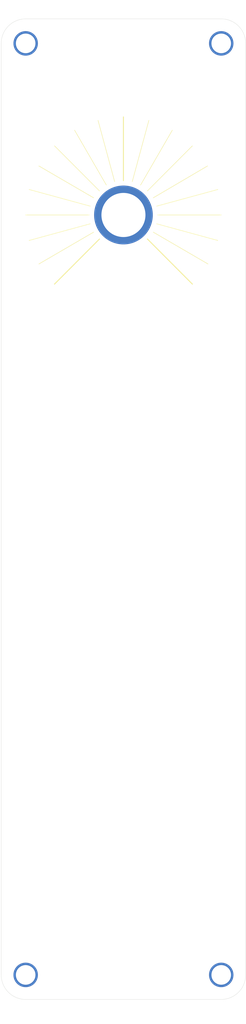
<source format=kicad_pcb>
(kicad_pcb (version 20211014) (generator pcbnew)
  (title_block (title "KOSMO Synth Module Outlines") (date "2022-05-17") (rev "0.1") (company "fbus"))
  (layers (0 "F.Cu" signal) (31 "B.Cu" signal) (34 "B.Paste" user) (35 "F.Paste" user) (36 "B.SilkS" user "B.Silkscreen") (37 "F.SilkS" user "F.Silkscreen") (38 "B.Mask" user) (39 "F.Mask" user) (44 "Edge.Cuts" user))
  (net 0 "")
  (footprint "kosmo-panel:KOSMO 5 cm Panel" (layer "F.Cu") (at 20 20)
    (fp_text reference "REF**")
    (fp_text value "KOSMO 5 cm Panel")
    (fp_line (start 50 5) (end 50 195) (layer "Edge.Cuts") (width 0.05))
    (fp_line (start 5 0) (end 45 0) (layer "Edge.Cuts") (width 0.05))
    (fp_line (start 0 5) (end 0 195) (layer "Edge.Cuts") (width 0.05))
    (fp_line (start 5 200) (end 45 200) (layer "Edge.Cuts") (width 0.05))
    (fp_arc (start 45 0) (mid 48.535534 1.464466) (end 50 5) (layer "Edge.Cuts") (width 0.05))
    (fp_arc (start 5 200) (mid 1.464466 198.535534) (end 0 195) (layer "Edge.Cuts") (width 0.05))
    (fp_arc (start 50 195) (mid 48.535534 198.535534) (end 45 200) (layer "Edge.Cuts") (width 0.05))
    (fp_arc (start 0 5) (mid 1.464466 1.464466) (end 5 0) (layer "Edge.Cuts") (width 0.05))
    (pad "" np_thru_hole circle (at 5 195) (size 5 5) (drill 4) (layers F&B.Cu *.Mask))
    (pad "" np_thru_hole circle (at 45 5) (size 5 5) (drill 4) (layers F&B.Cu *.Mask))
    (pad "" np_thru_hole circle (at 45 195) (size 5 5) (drill 4) (layers F&B.Cu *.Mask))
    (pad "" np_thru_hole circle (at 5 5) (size 5 5) (drill 4) (layers F&B.Cu *.Mask))
  )
  (footprint "kosmo-panel:Potentiometer Mark Ring" (layer "F.Cu") (at 45 60)
    (fp_text reference "REF**")
    (fp_text value "Potentiometer Mark Ring")
    (fp_line (start 6.8 -1.8) (end 19.3 -5.2) (layer "F.SilkS") (width 0.1))
    (fp_line (start 14.1 -14.1) (end 4.9 -4.9) (layer "F.SilkS") (width 0.1))
    (fp_line (start -6.1 -3.5) (end -17.3 -10) (layer "F.SilkS") (width 0.1))
    (fp_line (start -1.8 -6.8) (end -5.2 -19.3) (layer "F.SilkS") (width 0.1))
    (fp_line (start -6.8 -1.8) (end -19.3 -5.2) (layer "F.SilkS") (width 0.1))
    (fp_line (start 6.1 3.5) (end 17.3 10) (layer "F.SilkS") (width 0.1))
    (fp_line (start 14.1 14.1) (end 4.9 4.9) (layer "F.SilkS") (width 0.2))
    (fp_line (start -7 0) (end -20 0) (layer "F.SilkS") (width 0.1))
    (fp_line (start 6.8 1.8) (end 19.3 5.2) (layer "F.SilkS") (width 0.1))
    (fp_line (start 0 -7) (end 0 -20) (layer "F.SilkS") (width 0.2))
    (fp_line (start -3.5 -6.1) (end -10 -17.3) (layer "F.SilkS") (width 0.1))
    (fp_line (start -4.9 4.9) (end -14.1 14.1) (layer "F.SilkS") (width 0.2))
    (fp_line (start -14.1 -14.1) (end -4.9 -4.9) (layer "F.SilkS") (width 0.1))
    (fp_line (start -6.1 3.5) (end -17.3 10) (layer "F.SilkS") (width 0.1))
    (fp_line (start 3.5 -6.1) (end 10 -17.3) (layer "F.SilkS") (width 0.1))
    (fp_line (start -6.8 1.8) (end -19.3 5.2) (layer "F.SilkS") (width 0.1))
    (fp_line (start 20 0) (end 7 0) (layer "F.SilkS") (width 0.1))
    (fp_line (start 1.8 -6.8) (end 5.2 -19.3) (layer "F.SilkS") (width 0.1))
    (fp_line (start 6.1 -3.5) (end 17.2 -10) (layer "F.SilkS") (width 0.1))
    (pad "" np_thru_hole circle (at 0 0) (size 12 12) (drill 9) (layers F&B.Cu *.Mask))
  )
)
</source>
